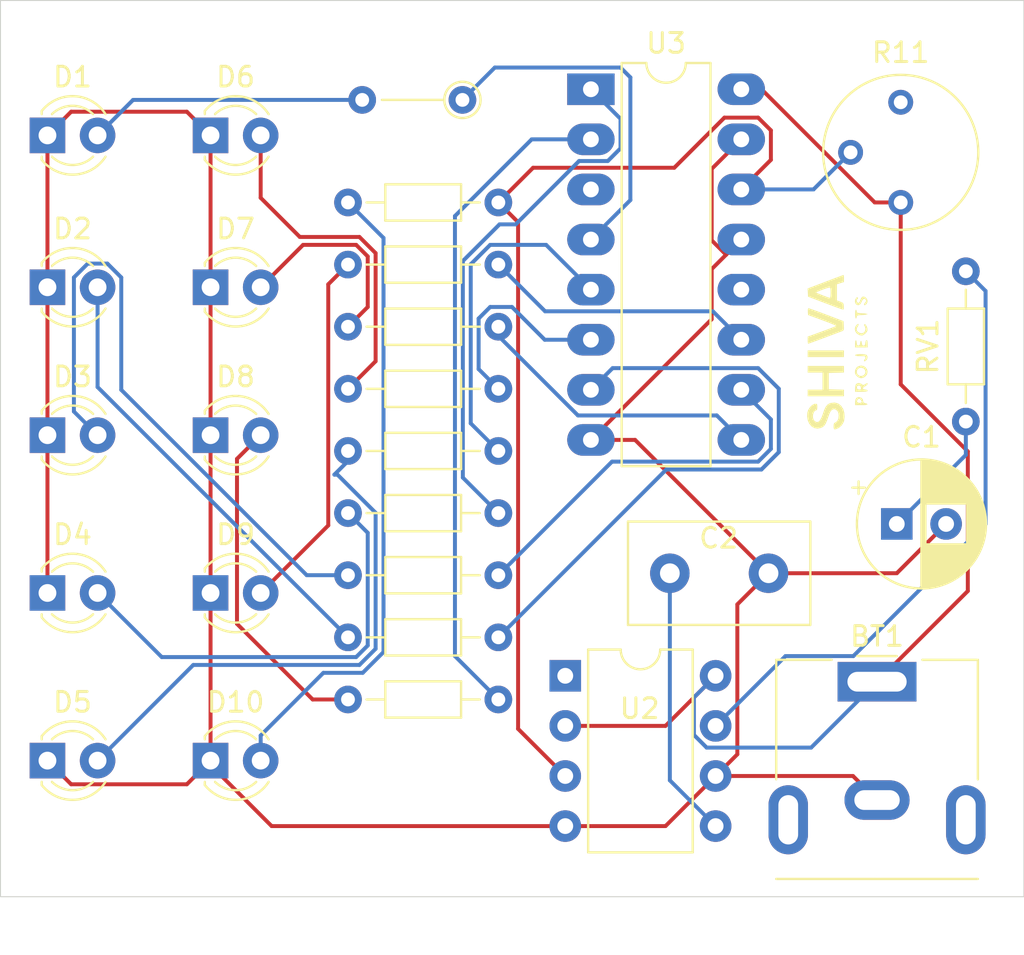
<source format=kicad_pcb>
(kicad_pcb (version 20240108) (generator "pcbnew") (generator_version "8.0")
  (layers (0 "F.Cu" signal) (31 "B.Cu" signal) (34 "B.Paste" user) (35 "F.Paste" user) (36 "B.SilkS" user "B.Silkscreen") (37 "F.SilkS" user "F.Silkscreen") (38 "B.Mask" user) (39 "F.Mask" user) (44 "Edge.Cuts" user))
  (net 0 "")
  (net 1 "Net-(BT1--)")
  (net 2 "Net-(BT1-+)")
  (net 3 "Net-(C1-Pad1)")
  (net 4 "Net-(U2-CV)")
  (net 5 "Net-(D1-A)")
  (net 6 "Net-(D2-A)")
  (net 7 "Net-(D3-A)")
  (net 8 "Net-(D4-A)")
  (net 9 "Net-(D5-A)")
  (net 10 "Net-(D6-A)")
  (net 11 "Net-(D7-A)")
  (net 12 "Net-(D8-A)")
  (net 13 "Net-(D9-A)")
  (net 14 "Net-(D10-A)")
  (net 15 "Net-(U3-1)")
  (net 16 "Net-(U3-2)")
  (net 17 "Net-(U3-3)")
  (net 18 "Net-(U3-4)")
  (net 19 "Net-(U3-5)")
  (net 20 "Net-(U3-6)")
  (net 21 "Net-(U3-7)")
  (net 22 "Net-(U3-8)")
  (net 23 "Net-(U3-9)")
  (net 24 "Net-(U2-Q)")
  (net 25 "Net-(U2-DIS)")
  (footprint "Resistor_THT:R_Axial_DIN0204_L3.6mm_D1.6mm_P7.62mm_Horizontal" (layer "F.Cu") (at 121.81 76.8 180)
    (property "Reference" "R6" (hide yes))
    (property "Value" "1k" (hide yes))
    (pad "1" thru_hole circle (at 0 0 180) (size 1.4 1.4) (drill 0.7) (layers "*.Cu" "*.Mask") (net 20 "Net-(U3-6)"))
    (pad "2" thru_hole oval (at 7.62 0 180) (size 1.4 1.4) (drill 0.7) (layers "*.Cu" "*.Mask") (net 9 "Net-(D5-A)"))
  )
  (footprint "Resistor_THT:R_Axial_DIN0204_L3.6mm_D1.6mm_P7.62mm_Horizontal" (layer "F.Cu") (at 121.81 70.5 180)
    (property "Reference" "R8" (hide yes))
    (property "Value" "1k" (hide yes))
    (pad "1" thru_hole circle (at 0 0 180) (size 1.4 1.4) (drill 0.7) (layers "*.Cu" "*.Mask") (net 22 "Net-(U3-8)"))
    (pad "2" thru_hole oval (at 7.62 0 180) (size 1.4 1.4) (drill 0.7) (layers "*.Cu" "*.Mask") (net 11 "Net-(D7-A)"))
  )
  (footprint "Resistor_THT:R_Axial_DIN0204_L3.6mm_D1.6mm_P7.62mm_Horizontal" (layer "F.Cu") (at 121.81 79.95 180)
    (property "Reference" "R5" (hide yes))
    (property "Value" "1k" (hide yes))
    (pad "1" thru_hole circle (at 0 0 180) (size 1.4 1.4) (drill 0.7) (layers "*.Cu" "*.Mask") (net 19 "Net-(U3-5)"))
    (pad "2" thru_hole oval (at 7.62 0 180) (size 1.4 1.4) (drill 0.7) (layers "*.Cu" "*.Mask") (net 8 "Net-(D4-A)"))
  )
  (footprint "Resistor_THT:R_Axial_DIN0204_L3.6mm_D1.6mm_P7.62mm_Horizontal" (layer "F.Cu") (at 121.81 64.2 180)
    (property "Reference" "R10" (hide yes))
    (property "Value" "1k" (hide yes))
    (pad "1" thru_hole circle (at 0 0 180) (size 1.4 1.4) (drill 0.7) (layers "*.Cu" "*.Mask") (net 24 "Net-(U2-Q)"))
    (pad "2" thru_hole oval (at 7.62 0 180) (size 1.4 1.4) (drill 0.7) (layers "*.Cu" "*.Mask") (net 14 "Net-(D10-A)"))
  )
  (footprint "Capacitor_THT:CP_Radial_D6.3mm_P2.50mm" (layer "F.Cu") (at 142 80.5)
    (property "Reference" "C1" (at 1.25 -4.4 0) (layer "F.SilkS"))
    (property "Value" "10u")
    (pad "1" thru_hole rect (at 0 0) (size 1.6 1.6) (drill 0.8) (layers "*.Cu" "*.Mask") (net 3 "Net-(C1-Pad1)"))
    (pad "2" thru_hole circle (at 2.5 0) (size 1.6 1.6) (drill 0.8) (layers "*.Cu" "*.Mask") (net 1 "Net-(BT1--)"))
  )
  (footprint "Resistor_THT:R_Axial_DIN0204_L3.6mm_D1.6mm_P7.62mm_Horizontal" (layer "F.Cu") (at 121.81 86.25 180)
    (property "Reference" "R3" (hide yes))
    (property "Value" "1k" (hide yes))
    (pad "1" thru_hole circle (at 0 0 180) (size 1.4 1.4) (drill 0.7) (layers "*.Cu" "*.Mask") (net 17 "Net-(U3-3)"))
    (pad "2" thru_hole oval (at 7.62 0 180) (size 1.4 1.4) (drill 0.7) (layers "*.Cu" "*.Mask") (net 6 "Net-(D2-A)"))
  )
  (footprint "LED_THT:LED_D3.0mm" (layer "F.Cu") (at 107.225 68.5)
    (property "Reference" "D7" (at 1.27 -2.96 0) (layer "F.SilkS"))
    (property "Value" "LED")
    (pad "1" thru_hole rect (at 0 0) (size 1.8 1.8) (drill 0.9) (layers "*.Cu" "*.Mask") (net 1 "Net-(BT1--)"))
    (pad "2" thru_hole circle (at 2.54 0) (size 1.8 1.8) (drill 0.9) (layers "*.Cu" "*.Mask") (net 11 "Net-(D7-A)"))
  )
  (footprint "Capacitor_THT:C_Disc_D9.0mm_W5.0mm_P5.00mm" (layer "F.Cu") (at 130.5 83)
    (property "Reference" "C2" (at 2.47 -1.78 0) (layer "F.SilkS"))
    (property "Value" "10nf")
    (pad "1" thru_hole circle (at 0 0) (size 2 2) (drill 1) (layers "*.Cu" "*.Mask") (net 4 "Net-(U2-CV)"))
    (pad "2" thru_hole circle (at 5 0) (size 2 2) (drill 1) (layers "*.Cu" "*.Mask") (net 1 "Net-(BT1--)"))
  )
  (footprint "Potentiometer_THT:Potentiometer_Bourns_3339P_Vertical" (layer "F.Cu") (at 142.2 64.2)
    (property "Reference" "R11" (at 0 -7.6 0) (layer "F.SilkS"))
    (property "Value" "10k")
    (pad "1" thru_hole circle (at 0 0) (size 1.26 1.26) (drill 0.7) (layers "*.Cu" "*.Mask") (net 2 "Net-(BT1-+)"))
    (pad "2" thru_hole circle (at -2.54 -2.54) (size 1.26 1.26) (drill 0.7) (layers "*.Cu" "*.Mask") (net 24 "Net-(U2-Q)"))
    (pad "3" thru_hole circle (at 0 -5.08) (size 1.26 1.26) (drill 0.7) (layers "*.Cu" "*.Mask"))
  )
  (footprint "Resistor_THT:R_Axial_DIN0204_L3.6mm_D1.6mm_P7.62mm_Horizontal" (layer "F.Cu") (at 121.81 89.4 180)
    (property "Reference" "R1" (hide yes))
    (property "Value" "1k" (hide yes))
    (pad "1" thru_hole circle (at 0 0 180) (size 1.4 1.4) (drill 0.7) (layers "*.Cu" "*.Mask") (net 15 "Net-(U3-1)"))
    (pad "2" thru_hole oval (at 7.62 0 180) (size 1.4 1.4) (drill 0.7) (layers "*.Cu" "*.Mask") (net 12 "Net-(D8-A)"))
  )
  (footprint "LED_THT:LED_D3.0mm" (layer "F.Cu") (at 107.225 84)
    (property "Reference" "D9" (at 1.27 -2.96 0) (layer "F.SilkS"))
    (property "Value" "LED")
    (pad "1" thru_hole rect (at 0 0) (size 1.8 1.8) (drill 0.9) (layers "*.Cu" "*.Mask") (net 1 "Net-(BT1--)"))
    (pad "2" thru_hole circle (at 2.54 0) (size 1.8 1.8) (drill 0.9) (layers "*.Cu" "*.Mask") (net 13 "Net-(D9-A)"))
  )
  (footprint "LED_THT:LED_D3.0mm" (layer "F.Cu") (at 98.96 84)
    (property "Reference" "D4" (at 1.27 -2.96 0) (layer "F.SilkS"))
    (property "Value" "LED")
    (pad "1" thru_hole rect (at 0 0) (size 1.8 1.8) (drill 0.9) (layers "*.Cu" "*.Mask") (net 1 "Net-(BT1--)"))
    (pad "2" thru_hole circle (at 2.54 0) (size 1.8 1.8) (drill 0.9) (layers "*.Cu" "*.Mask") (net 8 "Net-(D4-A)"))
  )
  (footprint "LED_THT:LED_D3.0mm" (layer "F.Cu") (at 98.96 60.8)
    (property "Reference" "D1" (at 1.27 -2.96 0) (layer "F.SilkS"))
    (property "Value" "LED")
    (pad "1" thru_hole rect (at 0 0) (size 1.8 1.8) (drill 0.9) (layers "*.Cu" "*.Mask") (net 1 "Net-(BT1--)"))
    (pad "2" thru_hole circle (at 2.54 0) (size 1.8 1.8) (drill 0.9) (layers "*.Cu" "*.Mask") (net 5 "Net-(D1-A)"))
  )
  (footprint "shiva logo:mine" (layer "F.Cu") (at 138.985988 71.8516 90)
    (property "Reference" "G***" (hide yes))
    (property "Value" "LOGO" (hide yes))
  )
  (footprint "Resistor_THT:R_Axial_DIN0204_L3.6mm_D1.6mm_P7.62mm_Horizontal" (layer "F.Cu") (at 121.81 83.1 180)
    (property "Reference" "R4" (hide yes))
    (property "Value" "1k" (hide yes))
    (pad "1" thru_hole circle (at 0 0 180) (size 1.4 1.4) (drill 0.7) (layers "*.Cu" "*.Mask") (net 18 "Net-(U3-4)"))
    (pad "2" thru_hole oval (at 7.62 0 180) (size 1.4 1.4) (drill 0.7) (layers "*.Cu" "*.Mask") (net 7 "Net-(D3-A)"))
  )
  (footprint "LED_THT:LED_D3.0mm" (layer "F.Cu") (at 98.96 68.5)
    (property "Reference" "D2" (at 1.27 -2.96 0) (layer "F.SilkS"))
    (property "Value" "LED")
    (pad "1" thru_hole rect (at 0 0) (size 1.8 1.8) (drill 0.9) (layers "*.Cu" "*.Mask") (net 1 "Net-(BT1--)"))
    (pad "2" thru_hole circle (at 2.54 0) (size 1.8 1.8) (drill 0.9) (layers "*.Cu" "*.Mask") (net 6 "Net-(D2-A)"))
  )
  (footprint "LED_THT:LED_D3.0mm" (layer "F.Cu") (at 98.96 76)
    (property "Reference" "D3" (at 1.27 -2.96 0) (layer "F.SilkS"))
    (property "Value" "LED")
    (pad "1" thru_hole rect (at 0 0) (size 1.8 1.8) (drill 0.9) (layers "*.Cu" "*.Mask") (net 1 "Net-(BT1--)"))
    (pad "2" thru_hole circle (at 2.54 0) (size 1.8 1.8) (drill 0.9) (layers "*.Cu" "*.Mask") (net 7 "Net-(D3-A)"))
  )
  (footprint "Package_DIP:DIP-8_W7.62mm" (layer "F.Cu") (at 125.2 88.2)
    (property "Reference" "U2" (at 3.77 1.66 0) (layer "F.SilkS"))
    (property "Value" "NE555P")
    (pad "1" thru_hole rect (at 0 0) (size 1.6 1.6) (drill 0.8) (layers "*.Cu" "*.Mask"))
    (pad "2" thru_hole oval (at 0 2.54) (size 1.6 1.6) (drill 0.8) (layers "*.Cu" "*.Mask") (net 2 "Net-(BT1-+)"))
    (pad "3" thru_hole oval (at 0 5.08) (size 1.6 1.6) (drill 0.8) (layers "*.Cu" "*.Mask") (net 24 "Net-(U2-Q)"))
    (pad "4" thru_hole oval (at 0 7.62) (size 1.6 1.6) (drill 0.8) (layers "*.Cu" "*.Mask") (net 1 "Net-(BT1--)"))
    (pad "5" thru_hole oval (at 7.62 7.62) (size 1.6 1.6) (drill 0.8) (layers "*.Cu" "*.Mask") (net 4 "Net-(U2-CV)"))
    (pad "6" thru_hole oval (at 7.62 5.08) (size 1.6 1.6) (drill 0.8) (layers "*.Cu" "*.Mask") (net 1 "Net-(BT1--)"))
    (pad "7" thru_hole oval (at 7.62 2.54) (size 1.6 1.6) (drill 0.8) (layers "*.Cu" "*.Mask") (net 25 "Net-(U2-DIS)"))
    (pad "8" thru_hole oval (at 7.62 0) (size 1.6 1.6) (drill 0.8) (layers "*.Cu" "*.Mask") (net 2 "Net-(BT1-+)"))
  )
  (footprint "LED_THT:LED_D3.0mm" (layer "F.Cu") (at 107.225 60.8)
    (property "Reference" "D6" (at 1.27 -2.96 0) (layer "F.SilkS"))
    (property "Value" "LED")
    (pad "1" thru_hole rect (at 0 0) (size 1.8 1.8) (drill 0.9) (layers "*.Cu" "*.Mask") (net 1 "Net-(BT1--)"))
    (pad "2" thru_hole circle (at 2.54 0) (size 1.8 1.8) (drill 0.9) (layers "*.Cu" "*.Mask") (net 10 "Net-(D6-A)"))
  )
  (footprint "LED_THT:LED_D3.0mm" (layer "F.Cu") (at 98.96 92.5)
    (property "Reference" "D5" (at 1.27 -2.96 0) (layer "F.SilkS"))
    (property "Value" "LED")
    (pad "1" thru_hole rect (at 0 0) (size 1.8 1.8) (drill 0.9) (layers "*.Cu" "*.Mask") (net 1 "Net-(BT1--)"))
    (pad "2" thru_hole circle (at 2.54 0) (size 1.8 1.8) (drill 0.9) (layers "*.Cu" "*.Mask") (net 9 "Net-(D5-A)"))
  )
  (footprint "Resistor_THT:R_Axial_DIN0204_L3.6mm_D1.6mm_P7.62mm_Horizontal" (layer "F.Cu") (at 145.5 75.31 90)
    (property "Reference" "RV1" (at 3.81 -1.92 90) (layer "F.SilkS"))
    (property "Value" "10k")
    (pad "1" thru_hole circle (at 0 0 90) (size 1.4 1.4) (drill 0.7) (layers "*.Cu" "*.Mask") (net 3 "Net-(C1-Pad1)"))
    (pad "2" thru_hole oval (at 7.62 0 90) (size 1.4 1.4) (drill 0.7) (layers "*.Cu" "*.Mask") (net 25 "Net-(U2-DIS)"))
  )
  (footprint "Package_DIP:DIP-16_W7.62mm_LongPads" (layer "F.Cu") (at 126.5 58.46)
    (property "Reference" "U3" (at 3.81 -2.33 0) (layer "F.SilkS"))
    (property "Value" "CD4017BE")
    (pad "1" thru_hole rect (at 0 0) (size 2.4 1.6) (drill 0.8) (layers "*.Cu" "*.Mask") (net 19 "Net-(U3-5)"))
    (pad "2" thru_hole oval (at 0 2.54) (size 2.4 1.6) (drill 0.8) (layers "*.Cu" "*.Mask") (net 15 "Net-(U3-1)"))
    (pad "3" thru_hole oval (at 0 5.08) (size 2.4 1.6) (drill 0.8) (layers "*.Cu" "*.Mask"))
    (pad "4" thru_hole oval (at 0 7.62) (size 2.4 1.6) (drill 0.8) (layers "*.Cu" "*.Mask") (net 16 "Net-(U3-2)"))
    (pad "5" thru_hole oval (at 0 10.16) (size 2.4 1.6) (drill 0.8) (layers "*.Cu" "*.Mask") (net 20 "Net-(U3-6)"))
    (pad "6" thru_hole oval (at 0 12.7) (size 2.4 1.6) (drill 0.8) (layers "*.Cu" "*.Mask") (net 21 "Net-(U3-7)"))
    (pad "7" thru_hole oval (at 0 15.24) (size 2.4 1.6) (drill 0.8) (layers "*.Cu" "*.Mask") (net 17 "Net-(U3-3)"))
    (pad "8" thru_hole oval (at 0 17.78) (size 2.4 1.6) (drill 0.8) (layers "*.Cu" "*.Mask") (net 1 "Net-(BT1--)"))
    (pad "9" thru_hole oval (at 7.62 17.78) (size 2.4 1.6) (drill 0.8) (layers "*.Cu" "*.Mask") (net 22 "Net-(U3-8)"))
    (pad "10" thru_hole oval (at 7.62 15.24) (size 2.4 1.6) (drill 0.8) (layers "*.Cu" "*.Mask") (net 18 "Net-(U3-4)"))
    (pad "11" thru_hole oval (at 7.62 12.7) (size 2.4 1.6) (drill 0.8) (layers "*.Cu" "*.Mask") (net 23 "Net-(U3-9)"))
    (pad "12" thru_hole oval (at 7.62 10.16) (size 2.4 1.6) (drill 0.8) (layers "*.Cu" "*.Mask"))
    (pad "13" thru_hole oval (at 7.62 7.62) (size 2.4 1.6) (drill 0.8) (layers "*.Cu" "*.Mask") (net 1 "Net-(BT1--)"))
    (pad "14" thru_hole oval (at 7.62 5.08) (size 2.4 1.6) (drill 0.8) (layers "*.Cu" "*.Mask") (net 24 "Net-(U2-Q)"))
    (pad "15" thru_hole oval (at 7.62 2.54) (size 2.4 1.6) (drill 0.8) (layers "*.Cu" "*.Mask") (net 1 "Net-(BT1--)"))
    (pad "16" thru_hole oval (at 7.62 0) (size 2.4 1.6) (drill 0.8) (layers "*.Cu" "*.Mask") (net 2 "Net-(BT1-+)"))
  )
  (footprint "Resistor_THT:R_Axial_DIN0204_L3.6mm_D1.6mm_P5.08mm_Vertical" (layer "F.Cu") (at 119.99 59 180)
    (property "Reference" "R2" (hide yes))
    (property "Value" "1k")
    (pad "1" thru_hole circle (at 0 0 180) (size 1.4 1.4) (drill 0.7) (layers "*.Cu" "*.Mask") (net 16 "Net-(U3-2)"))
    (pad "2" thru_hole oval (at 5.08 0 180) (size 1.4 1.4) (drill 0.7) (layers "*.Cu" "*.Mask") (net 5 "Net-(D1-A)"))
  )
  (footprint "LED_THT:LED_D3.0mm" (layer "F.Cu") (at 107.225 76)
    (property "Reference" "D8" (at 1.27 -2.96 0) (layer "F.SilkS"))
    (property "Value" "LED")
    (pad "1" thru_hole rect (at 0 0) (size 1.8 1.8) (drill 0.9) (layers "*.Cu" "*.Mask") (net 1 "Net-(BT1--)"))
    (pad "2" thru_hole circle (at 2.54 0) (size 1.8 1.8) (drill 0.9) (layers "*.Cu" "*.Mask") (net 12 "Net-(D8-A)"))
  )
  (footprint "Resistor_THT:R_Axial_DIN0204_L3.6mm_D1.6mm_P7.62mm_Horizontal" (layer "F.Cu") (at 121.81 73.65 180)
    (property "Reference" "R7" (hide yes))
    (property "Value" "1k" (hide yes))
    (pad "1" thru_hole circle (at 0 0 180) (size 1.4 1.4) (drill 0.7) (layers "*.Cu" "*.Mask") (net 21 "Net-(U3-7)"))
    (pad "2" thru_hole oval (at 7.62 0 180) (size 1.4 1.4) (drill 0.7) (layers "*.Cu" "*.Mask") (net 10 "Net-(D6-A)"))
  )
  (footprint "Resistor_THT:R_Axial_DIN0204_L3.6mm_D1.6mm_P7.62mm_Horizontal" (layer "F.Cu") (at 121.81 67.35 180)
    (property "Reference" "R9" (hide yes))
    (property "Value" "1k" (hide yes))
    (pad "1" thru_hole circle (at 0 0 180) (size 1.4 1.4) (drill 0.7) (layers "*.Cu" "*.Mask") (net 23 "Net-(U3-9)"))
    (pad "2" thru_hole oval (at 7.62 0 180) (size 1.4 1.4) (drill 0.7) (layers "*.Cu" "*.Mask") (net 13 "Net-(D9-A)"))
  )
  (footprint "Connector_BarrelJack:BarrelJack_CUI_PJ-063AH_Horizontal" (layer "F.Cu") (at 141 88.5)
    (property "Reference" "BT1" (at 0 -2.3 0) (layer "F.SilkS"))
    (property "Value" "Battery")
    (pad "" np_thru_hole circle (at 0 9) (size 1.6 1.6) (drill 1.6) (layers "*.Cu" "*.Mask"))
    (pad "1" thru_hole rect (at 0 0) (size 4 2) (drill oval 3 1) (layers "*.Cu" "*.Mask") (net 2 "Net-(BT1-+)"))
    (pad "2" thru_hole oval (at 0 6) (size 3.3 2) (drill oval 2.3 1) (layers "*.Cu" "*.Mask") (net 1 "Net-(BT1--)"))
    (pad "MP" thru_hole oval (at -4.5 7) (size 2 3.5) (drill oval 1 2.5) (layers "*.Cu" "*.Mask"))
    (pad "MP" thru_hole oval (at 4.5 7) (size 2 3.5) (drill oval 1 2.5) (layers "*.Cu" "*.Mask"))
  )
  (footprint "LED_THT:LED_D3.0mm" (layer "F.Cu") (at 107.225 92.5)
    (property "Reference" "D10" (at 1.27 -2.96 0) (layer "F.SilkS"))
    (property "Value" "LED")
    (pad "1" thru_hole rect (at 0 0) (size 1.8 1.8) (drill 0.9) (layers "*.Cu" "*.Mask") (net 1 "Net-(BT1--)"))
    (pad "2" thru_hole circle (at 2.54 0) (size 1.8 1.8) (drill 0.9) (layers "*.Cu" "*.Mask") (net 14 "Net-(D10-A)"))
  )
  (gr_rect (start 96.58 53.96) (end 148.44 99.4) (stroke (width 0.05)) (fill none) (layer "Edge.Cuts"))
  (segment (start 132.82 93.28) (end 133.92 92.18) (width 0.2) (layer "F.Cu") (net 1))
  (segment (start 132.62 70.12) (end 132.62 67.58) (width 0.2) (layer "F.Cu") (net 1))
  (segment (start 130.28 95.82) (end 132.82 93.28) (width 0.2) (layer "F.Cu") (net 1))
  (segment (start 106.025 93.7) (end 100.16 93.7) (width 0.2) (layer "F.Cu") (net 1))
  (segment (start 126.5 76.24) (end 132.62 70.12) (width 0.2) (layer "F.Cu") (net 1))
  (segment (start 133.35 66.85) (end 132.62 66.12) (width 0.2) (layer "F.Cu") (net 1))
  (segment (start 132.82 93.28) (end 139.78 93.28) (width 0.2) (layer "F.Cu") (net 1))
  (segment (start 132.62 67.58) (end 133.35 66.85) (width 0.2) (layer "F.Cu") (net 1))
  (segment (start 132.62 62.5) (end 134.12 61) (width 0.2) (layer "F.Cu") (net 1))
  (segment (start 132.62 66.12) (end 132.62 62.5) (width 0.2) (layer "F.Cu") (net 1))
  (segment (start 110.32 95.82) (end 125.2 95.82) (width 0.2) (layer "F.Cu") (net 1))
  (segment (start 98.96 60.8) (end 100.16 59.6) (width 0.2) (layer "F.Cu") (net 1))
  (segment (start 125.2 95.82) (end 130.28 95.82) (width 0.2) (layer "F.Cu") (net 1))
  (segment (start 107.225 92.5) (end 106.025 93.7) (width 0.2) (layer "F.Cu") (net 1))
  (segment (start 135.5 83) (end 128.74 76.24) (width 0.2) (layer "F.Cu") (net 1))
  (segment (start 100.16 59.6) (end 106.025 59.6) (width 0.2) (layer "F.Cu") (net 1))
  (segment (start 139.78 93.28) (end 141 94.5) (width 0.2) (layer "F.Cu") (net 1))
  (segment (start 100.16 93.7) (end 98.96 92.5) (width 0.2) (layer "F.Cu") (net 1))
  (segment (start 107.225 92.725) (end 110.32 95.82) (width 0.2) (layer "F.Cu") (net 1))
  (segment (start 133.92 84.58) (end 135.5 83) (width 0.2) (layer "F.Cu") (net 1))
  (segment (start 142 83) (end 144.5 80.5) (width 0.2) (layer "F.Cu") (net 1))
  (segment (start 135.5 83) (end 142 83) (width 0.2) (layer "F.Cu") (net 1))
  (segment (start 106.025 59.6) (end 107.225 60.8) (width 0.2) (layer "F.Cu") (net 1))
  (segment (start 128.74 76.24) (end 126.5 76.24) (width 0.2) (layer "F.Cu") (net 1))
  (segment (start 98.96 84) (end 98.96 60.8) (width 0.2) (layer "F.Cu") (net 1))
  (segment (start 133.35 66.85) (end 134.12 66.08) (width 0.2) (layer "F.Cu") (net 1))
  (segment (start 133.92 92.18) (end 133.92 84.58) (width 0.2) (layer "F.Cu") (net 1))
  (segment (start 107.225 60.8) (end 107.225 92.725) (width 0.2) (layer "F.Cu") (net 1))
  (segment (start 130.28 90.74) (end 132.82 88.2) (width 0.2) (layer "F.Cu") (net 2))
  (segment (start 140.884781 64.2) (end 135.144781 58.46) (width 0.2) (layer "F.Cu") (net 2))
  (segment (start 145.6 83.9) (end 145.6 76.824214) (width 0.2) (layer "F.Cu") (net 2))
  (segment (start 135.144781 58.46) (end 134.12 58.46) (width 0.2) (layer "F.Cu") (net 2))
  (segment (start 142.2 73.424214) (end 142.2 64.2) (width 0.2) (layer "F.Cu") (net 2))
  (segment (start 141 88.5) (end 145.6 83.9) (width 0.2) (layer "F.Cu") (net 2))
  (segment (start 145.6 76.824214) (end 142.2 73.424214) (width 0.2) (layer "F.Cu") (net 2))
  (segment (start 125.2 90.74) (end 130.28 90.74) (width 0.2) (layer "F.Cu") (net 2))
  (segment (start 142.2 64.2) (end 140.884781 64.2) (width 0.2) (layer "F.Cu") (net 2))
  (segment (start 132.364365 91.84) (end 137.66 91.84) (width 0.2) (layer "B.Cu") (net 2))
  (segment (start 131.72 91.195635) (end 132.364365 91.84) (width 0.2) (layer "B.Cu") (net 2))
  (segment (start 132.82 88.2) (end 131.72 89.3) (width 0.2) (layer "B.Cu") (net 2))
  (segment (start 131.72 89.3) (end 131.72 91.195635) (width 0.2) (layer "B.Cu") (net 2))
  (segment (start 137.66 91.84) (end 141 88.5) (width 0.2) (layer "B.Cu") (net 2))
  (segment (start 145.5 75.31) (end 145.5 77) (width 0.2) (layer "B.Cu") (net 3))
  (segment (start 145.5 77) (end 142 80.5) (width 0.2) (layer "B.Cu") (net 3))
  (segment (start 130.5 93.5) (end 130.5 83) (width 0.2) (layer "B.Cu") (net 4))
  (segment (start 132.82 95.82) (end 130.5 93.5) (width 0.2) (layer "B.Cu") (net 4))
  (segment (start 103.3 59) (end 114.91 59) (width 0.2) (layer "B.Cu") (net 5))
  (segment (start 101.5 60.8) (end 103.3 59) (width 0.2) (layer "B.Cu") (net 5))
  (segment (start 101.5 73.56) (end 114.19 86.25) (width 0.2) (layer "B.Cu") (net 6))
  (segment (start 101.5 68.5) (end 101.5 73.56) (width 0.2) (layer "B.Cu") (net 6))
  (segment (start 100.3 74.8) (end 100.3 68.002943) (width 0.2) (layer "B.Cu") (net 7))
  (segment (start 112.1 83.1) (end 114.19 83.1) (width 0.2) (layer "B.Cu") (net 7))
  (segment (start 101.997057 67.3) (end 102.7 68.002943) (width 0.2) (layer "B.Cu") (net 7))
  (segment (start 102.7 73.7) (end 112.1 83.1) (width 0.2) (layer "B.Cu") (net 7))
  (segment (start 100.3 68.002943) (end 101.002943 67.3) (width 0.2) (layer "B.Cu") (net 7))
  (segment (start 102.7 68.002943) (end 102.7 73.7) (width 0.2) (layer "B.Cu") (net 7))
  (segment (start 101.5 76) (end 100.3 74.8) (width 0.2) (layer "B.Cu") (net 7))
  (segment (start 101.002943 67.3) (end 101.997057 67.3) (width 0.2) (layer "B.Cu") (net 7))
  (segment (start 115.19 80.95) (end 114.19 79.95) (width 0.2) (layer "B.Cu") (net 8))
  (segment (start 101.5 84) (end 104.75 87.25) (width 0.2) (layer "B.Cu") (net 8))
  (segment (start 114.604214 87.25) (end 115.19 86.664214) (width 0.2) (layer "B.Cu") (net 8))
  (segment (start 104.75 87.25) (end 114.604214 87.25) (width 0.2) (layer "B.Cu") (net 8))
  (segment (start 115.19 86.664214) (end 115.19 80.95) (width 0.2) (layer "B.Cu") (net 8))
  (segment (start 114.7699 87.65) (end 115.59 86.8299) (width 0.2) (layer "B.Cu") (net 9))
  (segment (start 101.5 92.5) (end 106.35 87.65) (width 0.2) (layer "B.Cu") (net 9))
  (segment (start 106.35 87.65) (end 114.7699 87.65) (width 0.2) (layer "B.Cu") (net 9))
  (segment (start 115.59 79.935786) (end 113.654214 78) (width 0.2) (layer "B.Cu") (net 9))
  (segment (start 113.654214 78) (end 113.5 78) (width 0.2) (layer "B.Cu") (net 9))
  (segment (start 115.59 86.8299) (end 115.59 79.935786) (width 0.2) (layer "B.Cu") (net 9))
  (segment (start 114.19 77.31) (end 114.19 76.8) (width 0.2) (layer "B.Cu") (net 9))
  (segment (start 113.5 78) (end 114.19 77.31) (width 0.2) (layer "B.Cu") (net 9))
  (segment (start 109.765 63.965686) (end 111.749314 65.95) (width 0.2) (layer "F.Cu") (net 10))
  (segment (start 111.749314 65.95) (end 114.7699 65.95) (width 0.2) (layer "F.Cu") (net 10))
  (segment (start 115.59 66.7701) (end 115.59 72.25) (width 0.2) (layer "F.Cu") (net 10))
  (segment (start 115.59 72.25) (end 114.19 73.65) (width 0.2) (layer "F.Cu") (net 10))
  (segment (start 109.765 60.8) (end 109.765 63.965686) (width 0.2) (layer "F.Cu") (net 10))
  (segment (start 114.7699 65.95) (end 115.59 66.7701) (width 0.2) (layer "F.Cu") (net 10))
  (segment (start 114.604214 66.35) (end 115.19 66.935786) (width 0.2) (layer "F.Cu") (net 11))
  (segment (start 115.19 66.935786) (end 115.19 69.5) (width 0.2) (layer "F.Cu") (net 11))
  (segment (start 109.765 68.5) (end 111.915 66.35) (width 0.2) (layer "F.Cu") (net 11))
  (segment (start 111.915 66.35) (end 114.604214 66.35) (width 0.2) (layer "F.Cu") (net 11))
  (segment (start 115.19 69.5) (end 114.19 70.5) (width 0.2) (layer "F.Cu") (net 11))
  (segment (start 109.765 76) (end 108.565 77.2) (width 0.2) (layer "F.Cu") (net 12))
  (segment (start 108.565 85.565) (end 112.4 89.4) (width 0.2) (layer "F.Cu") (net 12))
  (segment (start 112.4 89.4) (end 114.19 89.4) (width 0.2) (layer "F.Cu") (net 12))
  (segment (start 108.565 77.2) (end 108.565 85.565) (width 0.2) (layer "F.Cu") (net 12))
  (segment (start 113.19 80.575) (end 113.19 68.35) (width 0.2) (layer "F.Cu") (net 13))
  (segment (start 109.765 84) (end 113.19 80.575) (width 0.2) (layer "F.Cu") (net 13))
  (segment (start 113.19 68.35) (end 114.19 67.35) (width 0.2) (layer "F.Cu") (net 13))
  (segment (start 112.942208 88.05) (end 114.935586 88.05) (width 0.2) (layer "B.Cu") (net 14))
  (segment (start 109.765 91.227208) (end 112.942208 88.05) (width 0.2) (layer "B.Cu") (net 14))
  (segment (start 115.99 86.995586) (end 115.99 66) (width 0.2) (layer "B.Cu") (net 14))
  (segment (start 114.935586 88.05) (end 115.99 86.995586) (width 0.2) (layer "B.Cu") (net 14))
  (segment (start 115.99 66) (end 114.19 64.2) (width 0.2) (layer "B.Cu") (net 14))
  (segment (start 109.765 92.5) (end 109.765 91.227208) (width 0.2) (layer "B.Cu") (net 14))
  (segment (start 119.61 64.89) (end 123.5 61) (width 0.2) (layer "B.Cu") (net 15))
  (segment (start 119.61 87.2) (end 119.61 64.89) (width 0.2) (layer "B.Cu") (net 15))
  (segment (start 123.5 61) (end 126.5 61) (width 0.2) (layer "B.Cu") (net 15))
  (segment (start 121.81 89.4) (end 119.61 87.2) (width 0.2) (layer "B.Cu") (net 15))
  (segment (start 128.5 64.08) (end 126.5 66.08) (width 0.2) (layer "B.Cu") (net 16))
  (segment (start 121.63 57.36) (end 128 57.36) (width 0.2) (layer "B.Cu") (net 16))
  (segment (start 128 57.36) (end 128.5 57.86) (width 0.2) (layer "B.Cu") (net 16))
  (segment (start 119.99 59) (end 121.63 57.36) (width 0.2) (layer "B.Cu") (net 16))
  (segment (start 128.5 57.86) (end 128.5 64.08) (width 0.2) (layer "B.Cu") (net 16))
  (segment (start 127.6 72.6) (end 126.5 73.7) (width 0.2) (layer "B.Cu") (net 17))
  (segment (start 135.141321 77.74) (end 136.02 76.861321) (width 0.2) (layer "B.Cu") (net 17))
  (segment (start 130.32 77.74) (end 135.141321 77.74) (width 0.2) (layer "B.Cu") (net 17))
  (segment (start 136.02 73.644365) (end 134.975635 72.6) (width 0.2) (layer "B.Cu") (net 17))
  (segment (start 134.975635 72.6) (end 127.6 72.6) (width 0.2) (layer "B.Cu") (net 17))
  (segment (start 136.02 76.861321) (end 136.02 73.644365) (width 0.2) (layer "B.Cu") (net 17))
  (segment (start 121.81 86.25) (end 130.32 77.74) (width 0.2) (layer "B.Cu") (net 17))
  (segment (start 121.81 83.1) (end 127.57 77.34) (width 0.2) (layer "B.Cu") (net 18))
  (segment (start 134.975635 77.34) (end 135.62 76.695635) (width 0.2) (layer "B.Cu") (net 18))
  (segment (start 127.57 77.34) (end 134.975635 77.34) (width 0.2) (layer "B.Cu") (net 18))
  (segment (start 135.62 75.2) (end 134.12 73.7) (width 0.2) (layer "B.Cu") (net 18))
  (segment (start 135.62 76.695635) (end 135.62 75.2) (width 0.2) (layer "B.Cu") (net 18))
  (segment (start 128 59.96) (end 126.5 58.46) (width 0.2) (layer "B.Cu") (net 19))
  (segment (start 127.355635 62.1) (end 128 61.455635) (width 0.2) (layer "B.Cu") (net 19))
  (segment (start 128 61.455635) (end 128 59.96) (width 0.2) (layer "B.Cu") (net 19))
  (segment (start 121.867918 65.312182) (end 122.687818 65.312182) (width 0.2) (layer "B.Cu") (net 19))
  (segment (start 120.01 78.15) (end 120.01 67.1701) (width 0.2) (layer "B.Cu") (net 19))
  (segment (start 125.9 62.1) (end 127.355635 62.1) (width 0.2) (layer "B.Cu") (net 19))
  (segment (start 121.81 79.95) (end 120.01 78.15) (width 0.2) (layer "B.Cu") (net 19))
  (segment (start 120.01 67.1701) (end 121.867918 65.312182) (width 0.2) (layer "B.Cu") (net 19))
  (segment (start 122.687818 65.312182) (end 125.9 62.1) (width 0.2) (layer "B.Cu") (net 19))
  (segment (start 124.23 66.35) (end 126.5 68.62) (width 0.2) (layer "B.Cu") (net 20))
  (segment (start 120.41 67.335786) (end 121.395786 66.35) (width 0.2) (layer "B.Cu") (net 20))
  (segment (start 120.41 75.4) (end 120.41 67.335786) (width 0.2) (layer "B.Cu") (net 20))
  (segment (start 121.81 76.8) (end 120.41 75.4) (width 0.2) (layer "B.Cu") (net 20))
  (segment (start 121.395786 66.35) (end 124.23 66.35) (width 0.2) (layer "B.Cu") (net 20))
  (segment (start 122.5 69.5) (end 124.16 71.16) (width 0.2) (layer "B.Cu") (net 21))
  (segment (start 120.81 70.085786) (end 121.395786 69.5) (width 0.2) (layer "B.Cu") (net 21))
  (segment (start 121.395786 69.5) (end 122.5 69.5) (width 0.2) (layer "B.Cu") (net 21))
  (segment (start 121.81 73.65) (end 120.81 72.65) (width 0.2) (layer "B.Cu") (net 21))
  (segment (start 124.16 71.16) (end 126.5 71.16) (width 0.2) (layer "B.Cu") (net 21))
  (segment (start 120.81 72.65) (end 120.81 70.085786) (width 0.2) (layer "B.Cu") (net 21))
  (segment (start 132.88 75) (end 134.12 76.24) (width 0.2) (layer "B.Cu") (net 22))
  (segment (start 121.81 70.965635) (end 125.844365 75) (width 0.2) (layer "B.Cu") (net 22))
  (segment (start 125.844365 75) (end 132.88 75) (width 0.2) (layer "B.Cu") (net 22))
  (segment (start 121.81 70.5) (end 121.81 70.965635) (width 0.2) (layer "B.Cu") (net 22))
  (segment (start 121.81 67.35) (end 124.18 69.72) (width 0.2) (layer "B.Cu") (net 23))
  (segment (start 132.68 69.72) (end 134.12 71.16) (width 0.2) (layer "B.Cu") (net 23))
  (segment (start 124.18 69.72) (end 132.68 69.72) (width 0.2) (layer "B.Cu") (net 23))
  (segment (start 133.264365 59.9) (end 134.975635 59.9) (width 0.2) (layer "F.Cu") (net 24))
  (segment (start 125.2 93.28) (end 122.81 90.89) (width 0.2) (layer "F.Cu") (net 24))
  (segment (start 135.62 62.04) (end 134.12 63.54) (width 0.2) (layer "F.Cu") (net 24))
  (segment (start 134.975635 59.9) (end 135.62 60.544365) (width 0.2) (layer "F.Cu") (net 24))
  (segment (start 121.81 64.2) (end 123.57 62.44) (width 0.2) (layer "F.Cu") (net 24))
  (segment (start 122.81 65.2) (end 121.81 64.2) (width 0.2) (layer "F.Cu") (net 24))
  (segment (start 135.62 60.544365) (end 135.62 62.04) (width 0.2) (layer "F.Cu") (net 24))
  (segment (start 123.57 62.44) (end 130.724365 62.44) (width 0.2) (layer "F.Cu") (net 24))
  (segment (start 122.81 90.89) (end 122.81 65.2) (width 0.2) (layer "F.Cu") (net 24))
  (segment (start 130.724365 62.44) (end 133.264365 59.9) (width 0.2) (layer "F.Cu") (net 24))
  (segment (start 134.12 63.54) (end 137.78 63.54) (width 0.2) (layer "B.Cu") (net 24))
  (segment (start 137.78 63.54) (end 139.66 61.66) (width 0.2) (layer "B.Cu") (net 24))
  (segment (start 146.5 80.5) (end 146.5 68.69) (width 0.2) (layer "B.Cu") (net 25))
  (segment (start 139.8 87.2) (end 146.5 80.5) (width 0.2) (layer "B.Cu") (net 25))
  (segment (start 136.36 87.2) (end 139.8 87.2) (width 0.2) (layer "B.Cu") (net 25))
  (segment (start 146.5 68.69) (end 145.5 67.69) (width 0.2) (layer "B.Cu") (net 25))
  (segment (start 132.82 90.74) (end 136.36 87.2) (width 0.2) (layer "B.Cu") (net 25))
)
</source>
